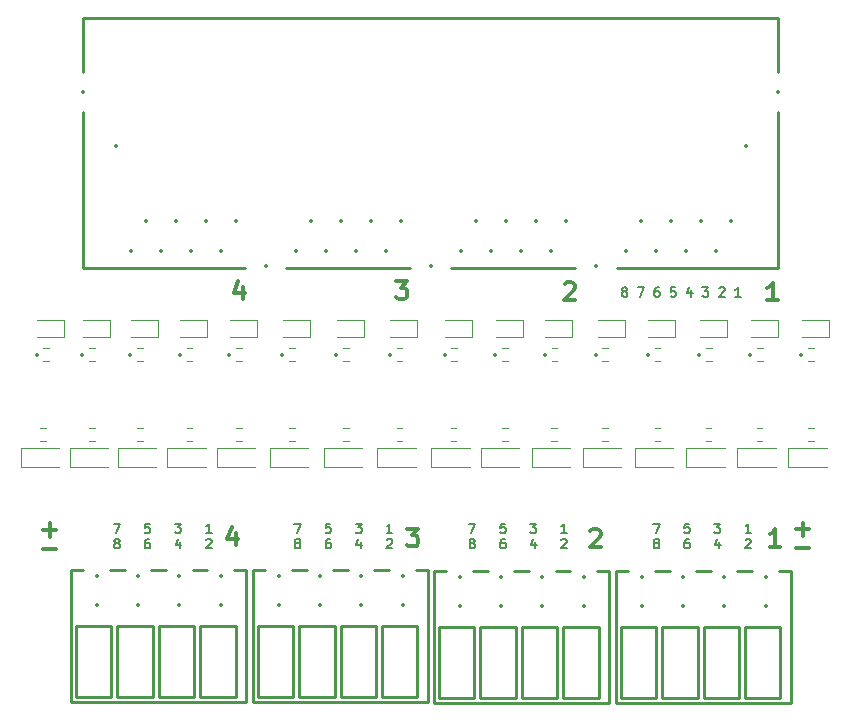
<source format=gto>
%TF.GenerationSoftware,KiCad,Pcbnew,(6.0.9)*%
%TF.CreationDate,2023-11-10T22:24:19+05:30*%
%TF.ProjectId,RJ45-To-Terminal,524a3435-2d54-46f2-9d54-65726d696e61,2*%
%TF.SameCoordinates,Original*%
%TF.FileFunction,Legend,Top*%
%TF.FilePolarity,Positive*%
%FSLAX46Y46*%
G04 Gerber Fmt 4.6, Leading zero omitted, Abs format (unit mm)*
G04 Created by KiCad (PCBNEW (6.0.9)) date 2023-11-10 22:24:19*
%MOMM*%
%LPD*%
G01*
G04 APERTURE LIST*
%ADD10C,0.300000*%
%ADD11C,0.200000*%
%ADD12C,0.254000*%
%ADD13C,0.120000*%
%ADD14C,0.350000*%
G04 APERTURE END LIST*
D10*
X159346171Y-87002971D02*
X158489028Y-87002971D01*
X158917600Y-87002971D02*
X158917600Y-85502971D01*
X158774742Y-85717257D01*
X158631885Y-85860114D01*
X158489028Y-85931542D01*
X113280114Y-85850571D02*
X113280114Y-86850571D01*
X112922971Y-85279142D02*
X112565828Y-86350571D01*
X113494400Y-86350571D01*
X143299828Y-85645828D02*
X143371257Y-85574400D01*
X143514114Y-85502971D01*
X143871257Y-85502971D01*
X144014114Y-85574400D01*
X144085542Y-85645828D01*
X144156971Y-85788685D01*
X144156971Y-85931542D01*
X144085542Y-86145828D01*
X143228400Y-87002971D01*
X144156971Y-87002971D01*
X127785200Y-85452171D02*
X128713771Y-85452171D01*
X128213771Y-86023600D01*
X128428057Y-86023600D01*
X128570914Y-86095028D01*
X128642342Y-86166457D01*
X128713771Y-86309314D01*
X128713771Y-86666457D01*
X128642342Y-86809314D01*
X128570914Y-86880742D01*
X128428057Y-86952171D01*
X127999485Y-86952171D01*
X127856628Y-86880742D01*
X127785200Y-86809314D01*
D11*
X102949219Y-85039104D02*
X103482552Y-85039104D01*
X103139695Y-85839104D01*
X105996838Y-85039104D02*
X105615885Y-85039104D01*
X105577790Y-85420057D01*
X105615885Y-85381961D01*
X105692076Y-85343866D01*
X105882552Y-85343866D01*
X105958742Y-85381961D01*
X105996838Y-85420057D01*
X106034933Y-85496247D01*
X106034933Y-85686723D01*
X105996838Y-85762914D01*
X105958742Y-85801009D01*
X105882552Y-85839104D01*
X105692076Y-85839104D01*
X105615885Y-85801009D01*
X105577790Y-85762914D01*
X108130171Y-85039104D02*
X108625409Y-85039104D01*
X108358742Y-85343866D01*
X108473028Y-85343866D01*
X108549219Y-85381961D01*
X108587314Y-85420057D01*
X108625409Y-85496247D01*
X108625409Y-85686723D01*
X108587314Y-85762914D01*
X108549219Y-85801009D01*
X108473028Y-85839104D01*
X108244457Y-85839104D01*
X108168266Y-85801009D01*
X108130171Y-85762914D01*
X111215885Y-85839104D02*
X110758742Y-85839104D01*
X110987314Y-85839104D02*
X110987314Y-85039104D01*
X110911123Y-85153390D01*
X110834933Y-85229580D01*
X110758742Y-85267676D01*
X103139695Y-86669961D02*
X103063504Y-86631866D01*
X103025409Y-86593771D01*
X102987314Y-86517580D01*
X102987314Y-86479485D01*
X103025409Y-86403295D01*
X103063504Y-86365200D01*
X103139695Y-86327104D01*
X103292076Y-86327104D01*
X103368266Y-86365200D01*
X103406361Y-86403295D01*
X103444457Y-86479485D01*
X103444457Y-86517580D01*
X103406361Y-86593771D01*
X103368266Y-86631866D01*
X103292076Y-86669961D01*
X103139695Y-86669961D01*
X103063504Y-86708057D01*
X103025409Y-86746152D01*
X102987314Y-86822342D01*
X102987314Y-86974723D01*
X103025409Y-87050914D01*
X103063504Y-87089009D01*
X103139695Y-87127104D01*
X103292076Y-87127104D01*
X103368266Y-87089009D01*
X103406361Y-87050914D01*
X103444457Y-86974723D01*
X103444457Y-86822342D01*
X103406361Y-86746152D01*
X103368266Y-86708057D01*
X103292076Y-86669961D01*
X105958742Y-86327104D02*
X105806361Y-86327104D01*
X105730171Y-86365200D01*
X105692076Y-86403295D01*
X105615885Y-86517580D01*
X105577790Y-86669961D01*
X105577790Y-86974723D01*
X105615885Y-87050914D01*
X105653980Y-87089009D01*
X105730171Y-87127104D01*
X105882552Y-87127104D01*
X105958742Y-87089009D01*
X105996838Y-87050914D01*
X106034933Y-86974723D01*
X106034933Y-86784247D01*
X105996838Y-86708057D01*
X105958742Y-86669961D01*
X105882552Y-86631866D01*
X105730171Y-86631866D01*
X105653980Y-86669961D01*
X105615885Y-86708057D01*
X105577790Y-86784247D01*
X108549219Y-86593771D02*
X108549219Y-87127104D01*
X108358742Y-86289009D02*
X108168266Y-86860438D01*
X108663504Y-86860438D01*
X110758742Y-86403295D02*
X110796838Y-86365200D01*
X110873028Y-86327104D01*
X111063504Y-86327104D01*
X111139695Y-86365200D01*
X111177790Y-86403295D01*
X111215885Y-86479485D01*
X111215885Y-86555676D01*
X111177790Y-86669961D01*
X110720647Y-87127104D01*
X111215885Y-87127104D01*
X118240019Y-85039104D02*
X118773352Y-85039104D01*
X118430495Y-85839104D01*
X121287638Y-85039104D02*
X120906685Y-85039104D01*
X120868590Y-85420057D01*
X120906685Y-85381961D01*
X120982876Y-85343866D01*
X121173352Y-85343866D01*
X121249542Y-85381961D01*
X121287638Y-85420057D01*
X121325733Y-85496247D01*
X121325733Y-85686723D01*
X121287638Y-85762914D01*
X121249542Y-85801009D01*
X121173352Y-85839104D01*
X120982876Y-85839104D01*
X120906685Y-85801009D01*
X120868590Y-85762914D01*
X123420971Y-85039104D02*
X123916209Y-85039104D01*
X123649542Y-85343866D01*
X123763828Y-85343866D01*
X123840019Y-85381961D01*
X123878114Y-85420057D01*
X123916209Y-85496247D01*
X123916209Y-85686723D01*
X123878114Y-85762914D01*
X123840019Y-85801009D01*
X123763828Y-85839104D01*
X123535257Y-85839104D01*
X123459066Y-85801009D01*
X123420971Y-85762914D01*
X126506685Y-85839104D02*
X126049542Y-85839104D01*
X126278114Y-85839104D02*
X126278114Y-85039104D01*
X126201923Y-85153390D01*
X126125733Y-85229580D01*
X126049542Y-85267676D01*
X118430495Y-86669961D02*
X118354304Y-86631866D01*
X118316209Y-86593771D01*
X118278114Y-86517580D01*
X118278114Y-86479485D01*
X118316209Y-86403295D01*
X118354304Y-86365200D01*
X118430495Y-86327104D01*
X118582876Y-86327104D01*
X118659066Y-86365200D01*
X118697161Y-86403295D01*
X118735257Y-86479485D01*
X118735257Y-86517580D01*
X118697161Y-86593771D01*
X118659066Y-86631866D01*
X118582876Y-86669961D01*
X118430495Y-86669961D01*
X118354304Y-86708057D01*
X118316209Y-86746152D01*
X118278114Y-86822342D01*
X118278114Y-86974723D01*
X118316209Y-87050914D01*
X118354304Y-87089009D01*
X118430495Y-87127104D01*
X118582876Y-87127104D01*
X118659066Y-87089009D01*
X118697161Y-87050914D01*
X118735257Y-86974723D01*
X118735257Y-86822342D01*
X118697161Y-86746152D01*
X118659066Y-86708057D01*
X118582876Y-86669961D01*
X121249542Y-86327104D02*
X121097161Y-86327104D01*
X121020971Y-86365200D01*
X120982876Y-86403295D01*
X120906685Y-86517580D01*
X120868590Y-86669961D01*
X120868590Y-86974723D01*
X120906685Y-87050914D01*
X120944780Y-87089009D01*
X121020971Y-87127104D01*
X121173352Y-87127104D01*
X121249542Y-87089009D01*
X121287638Y-87050914D01*
X121325733Y-86974723D01*
X121325733Y-86784247D01*
X121287638Y-86708057D01*
X121249542Y-86669961D01*
X121173352Y-86631866D01*
X121020971Y-86631866D01*
X120944780Y-86669961D01*
X120906685Y-86708057D01*
X120868590Y-86784247D01*
X123840019Y-86593771D02*
X123840019Y-87127104D01*
X123649542Y-86289009D02*
X123459066Y-86860438D01*
X123954304Y-86860438D01*
X126049542Y-86403295D02*
X126087638Y-86365200D01*
X126163828Y-86327104D01*
X126354304Y-86327104D01*
X126430495Y-86365200D01*
X126468590Y-86403295D01*
X126506685Y-86479485D01*
X126506685Y-86555676D01*
X126468590Y-86669961D01*
X126011447Y-87127104D01*
X126506685Y-87127104D01*
X133022819Y-85039104D02*
X133556152Y-85039104D01*
X133213295Y-85839104D01*
X136070438Y-85039104D02*
X135689485Y-85039104D01*
X135651390Y-85420057D01*
X135689485Y-85381961D01*
X135765676Y-85343866D01*
X135956152Y-85343866D01*
X136032342Y-85381961D01*
X136070438Y-85420057D01*
X136108533Y-85496247D01*
X136108533Y-85686723D01*
X136070438Y-85762914D01*
X136032342Y-85801009D01*
X135956152Y-85839104D01*
X135765676Y-85839104D01*
X135689485Y-85801009D01*
X135651390Y-85762914D01*
X138203771Y-85039104D02*
X138699009Y-85039104D01*
X138432342Y-85343866D01*
X138546628Y-85343866D01*
X138622819Y-85381961D01*
X138660914Y-85420057D01*
X138699009Y-85496247D01*
X138699009Y-85686723D01*
X138660914Y-85762914D01*
X138622819Y-85801009D01*
X138546628Y-85839104D01*
X138318057Y-85839104D01*
X138241866Y-85801009D01*
X138203771Y-85762914D01*
X141289485Y-85839104D02*
X140832342Y-85839104D01*
X141060914Y-85839104D02*
X141060914Y-85039104D01*
X140984723Y-85153390D01*
X140908533Y-85229580D01*
X140832342Y-85267676D01*
X133213295Y-86669961D02*
X133137104Y-86631866D01*
X133099009Y-86593771D01*
X133060914Y-86517580D01*
X133060914Y-86479485D01*
X133099009Y-86403295D01*
X133137104Y-86365200D01*
X133213295Y-86327104D01*
X133365676Y-86327104D01*
X133441866Y-86365200D01*
X133479961Y-86403295D01*
X133518057Y-86479485D01*
X133518057Y-86517580D01*
X133479961Y-86593771D01*
X133441866Y-86631866D01*
X133365676Y-86669961D01*
X133213295Y-86669961D01*
X133137104Y-86708057D01*
X133099009Y-86746152D01*
X133060914Y-86822342D01*
X133060914Y-86974723D01*
X133099009Y-87050914D01*
X133137104Y-87089009D01*
X133213295Y-87127104D01*
X133365676Y-87127104D01*
X133441866Y-87089009D01*
X133479961Y-87050914D01*
X133518057Y-86974723D01*
X133518057Y-86822342D01*
X133479961Y-86746152D01*
X133441866Y-86708057D01*
X133365676Y-86669961D01*
X136032342Y-86327104D02*
X135879961Y-86327104D01*
X135803771Y-86365200D01*
X135765676Y-86403295D01*
X135689485Y-86517580D01*
X135651390Y-86669961D01*
X135651390Y-86974723D01*
X135689485Y-87050914D01*
X135727580Y-87089009D01*
X135803771Y-87127104D01*
X135956152Y-87127104D01*
X136032342Y-87089009D01*
X136070438Y-87050914D01*
X136108533Y-86974723D01*
X136108533Y-86784247D01*
X136070438Y-86708057D01*
X136032342Y-86669961D01*
X135956152Y-86631866D01*
X135803771Y-86631866D01*
X135727580Y-86669961D01*
X135689485Y-86708057D01*
X135651390Y-86784247D01*
X138622819Y-86593771D02*
X138622819Y-87127104D01*
X138432342Y-86289009D02*
X138241866Y-86860438D01*
X138737104Y-86860438D01*
X140832342Y-86403295D02*
X140870438Y-86365200D01*
X140946628Y-86327104D01*
X141137104Y-86327104D01*
X141213295Y-86365200D01*
X141251390Y-86403295D01*
X141289485Y-86479485D01*
X141289485Y-86555676D01*
X141251390Y-86669961D01*
X140794247Y-87127104D01*
X141289485Y-87127104D01*
X148618419Y-85039104D02*
X149151752Y-85039104D01*
X148808895Y-85839104D01*
X151666038Y-85039104D02*
X151285085Y-85039104D01*
X151246990Y-85420057D01*
X151285085Y-85381961D01*
X151361276Y-85343866D01*
X151551752Y-85343866D01*
X151627942Y-85381961D01*
X151666038Y-85420057D01*
X151704133Y-85496247D01*
X151704133Y-85686723D01*
X151666038Y-85762914D01*
X151627942Y-85801009D01*
X151551752Y-85839104D01*
X151361276Y-85839104D01*
X151285085Y-85801009D01*
X151246990Y-85762914D01*
X153799371Y-85039104D02*
X154294609Y-85039104D01*
X154027942Y-85343866D01*
X154142228Y-85343866D01*
X154218419Y-85381961D01*
X154256514Y-85420057D01*
X154294609Y-85496247D01*
X154294609Y-85686723D01*
X154256514Y-85762914D01*
X154218419Y-85801009D01*
X154142228Y-85839104D01*
X153913657Y-85839104D01*
X153837466Y-85801009D01*
X153799371Y-85762914D01*
X156885085Y-85839104D02*
X156427942Y-85839104D01*
X156656514Y-85839104D02*
X156656514Y-85039104D01*
X156580323Y-85153390D01*
X156504133Y-85229580D01*
X156427942Y-85267676D01*
X148808895Y-86669961D02*
X148732704Y-86631866D01*
X148694609Y-86593771D01*
X148656514Y-86517580D01*
X148656514Y-86479485D01*
X148694609Y-86403295D01*
X148732704Y-86365200D01*
X148808895Y-86327104D01*
X148961276Y-86327104D01*
X149037466Y-86365200D01*
X149075561Y-86403295D01*
X149113657Y-86479485D01*
X149113657Y-86517580D01*
X149075561Y-86593771D01*
X149037466Y-86631866D01*
X148961276Y-86669961D01*
X148808895Y-86669961D01*
X148732704Y-86708057D01*
X148694609Y-86746152D01*
X148656514Y-86822342D01*
X148656514Y-86974723D01*
X148694609Y-87050914D01*
X148732704Y-87089009D01*
X148808895Y-87127104D01*
X148961276Y-87127104D01*
X149037466Y-87089009D01*
X149075561Y-87050914D01*
X149113657Y-86974723D01*
X149113657Y-86822342D01*
X149075561Y-86746152D01*
X149037466Y-86708057D01*
X148961276Y-86669961D01*
X151627942Y-86327104D02*
X151475561Y-86327104D01*
X151399371Y-86365200D01*
X151361276Y-86403295D01*
X151285085Y-86517580D01*
X151246990Y-86669961D01*
X151246990Y-86974723D01*
X151285085Y-87050914D01*
X151323180Y-87089009D01*
X151399371Y-87127104D01*
X151551752Y-87127104D01*
X151627942Y-87089009D01*
X151666038Y-87050914D01*
X151704133Y-86974723D01*
X151704133Y-86784247D01*
X151666038Y-86708057D01*
X151627942Y-86669961D01*
X151551752Y-86631866D01*
X151399371Y-86631866D01*
X151323180Y-86669961D01*
X151285085Y-86708057D01*
X151246990Y-86784247D01*
X154218419Y-86593771D02*
X154218419Y-87127104D01*
X154027942Y-86289009D02*
X153837466Y-86860438D01*
X154332704Y-86860438D01*
X156427942Y-86403295D02*
X156466038Y-86365200D01*
X156542228Y-86327104D01*
X156732704Y-86327104D01*
X156808895Y-86365200D01*
X156846990Y-86403295D01*
X156885085Y-86479485D01*
X156885085Y-86555676D01*
X156846990Y-86669961D01*
X156389847Y-87127104D01*
X156885085Y-87127104D01*
X146116609Y-65350361D02*
X146040419Y-65312266D01*
X146002323Y-65274171D01*
X145964228Y-65197980D01*
X145964228Y-65159885D01*
X146002323Y-65083695D01*
X146040419Y-65045600D01*
X146116609Y-65007504D01*
X146268990Y-65007504D01*
X146345180Y-65045600D01*
X146383276Y-65083695D01*
X146421371Y-65159885D01*
X146421371Y-65197980D01*
X146383276Y-65274171D01*
X146345180Y-65312266D01*
X146268990Y-65350361D01*
X146116609Y-65350361D01*
X146040419Y-65388457D01*
X146002323Y-65426552D01*
X145964228Y-65502742D01*
X145964228Y-65655123D01*
X146002323Y-65731314D01*
X146040419Y-65769409D01*
X146116609Y-65807504D01*
X146268990Y-65807504D01*
X146345180Y-65769409D01*
X146383276Y-65731314D01*
X146421371Y-65655123D01*
X146421371Y-65502742D01*
X146383276Y-65426552D01*
X146345180Y-65388457D01*
X146268990Y-65350361D01*
X147297561Y-65007504D02*
X147830895Y-65007504D01*
X147488038Y-65807504D01*
X149088038Y-65007504D02*
X148935657Y-65007504D01*
X148859466Y-65045600D01*
X148821371Y-65083695D01*
X148745180Y-65197980D01*
X148707085Y-65350361D01*
X148707085Y-65655123D01*
X148745180Y-65731314D01*
X148783276Y-65769409D01*
X148859466Y-65807504D01*
X149011847Y-65807504D01*
X149088038Y-65769409D01*
X149126133Y-65731314D01*
X149164228Y-65655123D01*
X149164228Y-65464647D01*
X149126133Y-65388457D01*
X149088038Y-65350361D01*
X149011847Y-65312266D01*
X148859466Y-65312266D01*
X148783276Y-65350361D01*
X148745180Y-65388457D01*
X148707085Y-65464647D01*
X150497561Y-65007504D02*
X150116609Y-65007504D01*
X150078514Y-65388457D01*
X150116609Y-65350361D01*
X150192800Y-65312266D01*
X150383276Y-65312266D01*
X150459466Y-65350361D01*
X150497561Y-65388457D01*
X150535657Y-65464647D01*
X150535657Y-65655123D01*
X150497561Y-65731314D01*
X150459466Y-65769409D01*
X150383276Y-65807504D01*
X150192800Y-65807504D01*
X150116609Y-65769409D01*
X150078514Y-65731314D01*
X151830895Y-65274171D02*
X151830895Y-65807504D01*
X151640419Y-64969409D02*
X151449942Y-65540838D01*
X151945180Y-65540838D01*
X152783276Y-65007504D02*
X153278514Y-65007504D01*
X153011847Y-65312266D01*
X153126133Y-65312266D01*
X153202323Y-65350361D01*
X153240419Y-65388457D01*
X153278514Y-65464647D01*
X153278514Y-65655123D01*
X153240419Y-65731314D01*
X153202323Y-65769409D01*
X153126133Y-65807504D01*
X152897561Y-65807504D01*
X152821371Y-65769409D01*
X152783276Y-65731314D01*
X154192800Y-65083695D02*
X154230895Y-65045600D01*
X154307085Y-65007504D01*
X154497561Y-65007504D01*
X154573752Y-65045600D01*
X154611847Y-65083695D01*
X154649942Y-65159885D01*
X154649942Y-65236076D01*
X154611847Y-65350361D01*
X154154704Y-65807504D01*
X154649942Y-65807504D01*
X156021371Y-65807504D02*
X155564228Y-65807504D01*
X155792800Y-65807504D02*
X155792800Y-65007504D01*
X155716609Y-65121790D01*
X155640419Y-65197980D01*
X155564228Y-65236076D01*
D10*
X113838914Y-65022571D02*
X113838914Y-66022571D01*
X113481771Y-64451142D02*
X113124628Y-65522571D01*
X114053200Y-65522571D01*
X160682971Y-85517142D02*
X161825828Y-85517142D01*
X161254400Y-86088571D02*
X161254400Y-84945714D01*
X160682971Y-87091942D02*
X161825828Y-87091942D01*
X126870800Y-64522571D02*
X127799371Y-64522571D01*
X127299371Y-65094000D01*
X127513657Y-65094000D01*
X127656514Y-65165428D01*
X127727942Y-65236857D01*
X127799371Y-65379714D01*
X127799371Y-65736857D01*
X127727942Y-65879714D01*
X127656514Y-65951142D01*
X127513657Y-66022571D01*
X127085085Y-66022571D01*
X126942228Y-65951142D01*
X126870800Y-65879714D01*
X96928971Y-85567942D02*
X98071828Y-85567942D01*
X97500400Y-86139371D02*
X97500400Y-84996514D01*
X96928971Y-87142742D02*
X98071828Y-87142742D01*
X141115428Y-64716228D02*
X141186857Y-64644800D01*
X141329714Y-64573371D01*
X141686857Y-64573371D01*
X141829714Y-64644800D01*
X141901142Y-64716228D01*
X141972571Y-64859085D01*
X141972571Y-65001942D01*
X141901142Y-65216228D01*
X141044000Y-66073371D01*
X141972571Y-66073371D01*
X159142971Y-66124171D02*
X158285828Y-66124171D01*
X158714400Y-66124171D02*
X158714400Y-64624171D01*
X158571542Y-64838457D01*
X158428685Y-64981314D01*
X158285828Y-65052742D01*
D12*
%TO.C,RJ45-1*%
X159208400Y-42249400D02*
X100308400Y-42249400D01*
X100308400Y-50189400D02*
X100308400Y-63389400D01*
X159208400Y-50189400D02*
X159208400Y-63389400D01*
X100308400Y-42249400D02*
X100308400Y-46749400D01*
X142023400Y-63389400D02*
X131523400Y-63389400D01*
X127993400Y-63389400D02*
X117493400Y-63389400D01*
X114008400Y-63389400D02*
X100308400Y-63389400D01*
X159208400Y-42249400D02*
X159208400Y-46749400D01*
X159208400Y-63389400D02*
X145508400Y-63389400D01*
D13*
%TO.C,LED56*%
X117249000Y-69254000D02*
X119534000Y-69254000D01*
X119534000Y-69254000D02*
X119534000Y-67784000D01*
X119534000Y-67784000D02*
X117249000Y-67784000D01*
%TO.C,TH59*%
X131480742Y-77990900D02*
X131955258Y-77990900D01*
X131480742Y-76945900D02*
X131955258Y-76945900D01*
D12*
%TO.C,J11*%
X99346000Y-100137300D02*
X99346000Y-88937300D01*
X113246000Y-93687300D02*
X113246000Y-99686300D01*
X102746000Y-99686300D02*
X99746000Y-99686300D01*
X103246000Y-99686300D02*
X103246000Y-93687300D01*
X110246000Y-93687300D02*
X113246000Y-93687300D01*
X114146000Y-88937300D02*
X113121000Y-88937300D01*
X110871000Y-88937300D02*
X109621000Y-88937300D01*
X99746000Y-93687300D02*
X102746000Y-93687300D01*
X106746000Y-93687300D02*
X109746000Y-93687300D01*
X109746000Y-99686300D02*
X106746000Y-99686300D01*
X113246000Y-99686300D02*
X110246000Y-99686300D01*
X102746000Y-93687300D02*
X102746000Y-99686300D01*
X114146000Y-100137300D02*
X114146000Y-88937300D01*
X110246000Y-99686300D02*
X110246000Y-93687300D01*
X114146000Y-100137300D02*
X99346000Y-100137300D01*
X106246000Y-99686300D02*
X103246000Y-99686300D01*
X107371000Y-88937300D02*
X106121000Y-88937300D01*
X106246000Y-93687300D02*
X106246000Y-99686300D01*
X100371000Y-88937300D02*
X99346000Y-88937300D01*
X103871000Y-88937300D02*
X102621000Y-88937300D01*
X99746000Y-99686300D02*
X99746000Y-93687300D01*
X106746000Y-99686300D02*
X106746000Y-93687300D01*
X109746000Y-93687300D02*
X109746000Y-99686300D01*
X103246000Y-93687300D02*
X106246000Y-93687300D01*
D13*
%TO.C,D57*%
X120722150Y-78631000D02*
X123962150Y-78631000D01*
X120722150Y-78631000D02*
X120722150Y-80251000D01*
X120722150Y-80251000D02*
X123962150Y-80251000D01*
D12*
%TO.C,J12*%
X115763400Y-88937300D02*
X114738400Y-88937300D01*
X118638400Y-93687300D02*
X121638400Y-93687300D01*
X118638400Y-99686300D02*
X118638400Y-93687300D01*
X125138400Y-93687300D02*
X125138400Y-99686300D01*
X121638400Y-99686300D02*
X118638400Y-99686300D01*
X125638400Y-93687300D02*
X128638400Y-93687300D01*
X115138400Y-99686300D02*
X115138400Y-93687300D01*
X114738400Y-100137300D02*
X114738400Y-88937300D01*
X126263400Y-88937300D02*
X125013400Y-88937300D01*
X129538400Y-100137300D02*
X114738400Y-100137300D01*
X122138400Y-93687300D02*
X125138400Y-93687300D01*
X118138400Y-93687300D02*
X118138400Y-99686300D01*
X125138400Y-99686300D02*
X122138400Y-99686300D01*
X119263400Y-88937300D02*
X118013400Y-88937300D01*
X128638400Y-99686300D02*
X125638400Y-99686300D01*
X121638400Y-93687300D02*
X121638400Y-99686300D01*
X122763400Y-88937300D02*
X121513400Y-88937300D01*
X115138400Y-93687300D02*
X118138400Y-93687300D01*
X125638400Y-99686300D02*
X125638400Y-93687300D01*
X122138400Y-99686300D02*
X122138400Y-93687300D01*
X128638400Y-93687300D02*
X128638400Y-99686300D01*
X129538400Y-100137300D02*
X129538400Y-88937300D01*
X118138400Y-99686300D02*
X115138400Y-99686300D01*
X129538400Y-88937300D02*
X128513400Y-88937300D01*
D13*
%TO.C,D61*%
X138347000Y-78631000D02*
X141587000Y-78631000D01*
X138347000Y-78631000D02*
X138347000Y-80251000D01*
X138347000Y-80251000D02*
X141587000Y-80251000D01*
%TO.C,LED66*%
X161179800Y-69254000D02*
X163464800Y-69254000D01*
X163464800Y-69254000D02*
X163464800Y-67784000D01*
X163464800Y-67784000D02*
X161179800Y-67784000D01*
%TO.C,D63*%
X147079300Y-80251000D02*
X150319300Y-80251000D01*
X147079300Y-78631000D02*
X150319300Y-78631000D01*
X147079300Y-78631000D02*
X147079300Y-80251000D01*
%TO.C,LED60*%
X135294300Y-69254000D02*
X137579300Y-69254000D01*
X137579300Y-69254000D02*
X137579300Y-67784000D01*
X137579300Y-67784000D02*
X135294300Y-67784000D01*
%TO.C,R58*%
X126901242Y-70199200D02*
X127375758Y-70199200D01*
X126901242Y-71244200D02*
X127375758Y-71244200D01*
%TO.C,TH54*%
X109121242Y-77990900D02*
X109595758Y-77990900D01*
X109121242Y-76945900D02*
X109595758Y-76945900D01*
%TO.C,LED55*%
X115054500Y-67784000D02*
X112769500Y-67784000D01*
X115054500Y-69254000D02*
X115054500Y-67784000D01*
X112769500Y-69254000D02*
X115054500Y-69254000D01*
%TO.C,TH61*%
X139997242Y-76945900D02*
X140471758Y-76945900D01*
X139997242Y-77990900D02*
X140471758Y-77990900D01*
%TO.C,LED58*%
X128643500Y-67784000D02*
X126358500Y-67784000D01*
X128643500Y-69254000D02*
X128643500Y-67784000D01*
X126358500Y-69254000D02*
X128643500Y-69254000D01*
%TO.C,R61*%
X140004742Y-70199200D02*
X140479258Y-70199200D01*
X140004742Y-71244200D02*
X140479258Y-71244200D01*
%TO.C,LED63*%
X150479300Y-67784000D02*
X148194300Y-67784000D01*
X148194300Y-69254000D02*
X150479300Y-69254000D01*
X150479300Y-69254000D02*
X150479300Y-67784000D01*
%TO.C,LED65*%
X156853500Y-69254000D02*
X159138500Y-69254000D01*
X159138500Y-67784000D02*
X156853500Y-67784000D01*
X159138500Y-69254000D02*
X159138500Y-67784000D01*
%TO.C,D64*%
X151420500Y-78631000D02*
X151420500Y-80251000D01*
X151420500Y-80251000D02*
X154660500Y-80251000D01*
X151420500Y-78631000D02*
X154660500Y-78631000D01*
%TO.C,R60*%
X135837042Y-70199200D02*
X136311558Y-70199200D01*
X135837042Y-71244200D02*
X136311558Y-71244200D01*
%TO.C,LED57*%
X121821000Y-69254000D02*
X124106000Y-69254000D01*
X124106000Y-67784000D02*
X121821000Y-67784000D01*
X124106000Y-69254000D02*
X124106000Y-67784000D01*
%TO.C,D53*%
X103280000Y-80251000D02*
X106520000Y-80251000D01*
X103280000Y-78631000D02*
X103280000Y-80251000D01*
X103280000Y-78631000D02*
X106520000Y-78631000D01*
%TO.C,TH60*%
X135829542Y-77990900D02*
X136304058Y-77990900D01*
X135829542Y-76945900D02*
X136304058Y-76945900D01*
%TO.C,R53*%
X104930242Y-71244200D02*
X105404758Y-71244200D01*
X104930242Y-70199200D02*
X105404758Y-70199200D01*
%TO.C,TH56*%
X117798242Y-76945900D02*
X118272758Y-76945900D01*
X117798242Y-77990900D02*
X118272758Y-77990900D01*
%TO.C,LED53*%
X106707000Y-69254000D02*
X106707000Y-67784000D01*
X104422000Y-69254000D02*
X106707000Y-69254000D01*
X106707000Y-67784000D02*
X104422000Y-67784000D01*
%TO.C,R51*%
X96989142Y-71244200D02*
X97463658Y-71244200D01*
X96989142Y-70199200D02*
X97463658Y-70199200D01*
%TO.C,TH53*%
X104930242Y-77990900D02*
X105404758Y-77990900D01*
X104930242Y-76945900D02*
X105404758Y-76945900D01*
%TO.C,LED61*%
X141747000Y-69254000D02*
X141747000Y-67784000D01*
X141747000Y-67784000D02*
X139462000Y-67784000D01*
X139462000Y-69254000D02*
X141747000Y-69254000D01*
%TO.C,LED64*%
X154820500Y-69254000D02*
X154820500Y-67784000D01*
X152535500Y-69254000D02*
X154820500Y-69254000D01*
X154820500Y-67784000D02*
X152535500Y-67784000D01*
%TO.C,R54*%
X109121242Y-71244200D02*
X109595758Y-71244200D01*
X109121242Y-70199200D02*
X109595758Y-70199200D01*
%TO.C,TH57*%
X122372392Y-76945900D02*
X122846908Y-76945900D01*
X122372392Y-77990900D02*
X122846908Y-77990900D01*
%TO.C,D55*%
X111662000Y-78631000D02*
X111662000Y-80251000D01*
X111662000Y-78631000D02*
X114902000Y-78631000D01*
X111662000Y-80251000D02*
X114902000Y-80251000D01*
%TO.C,LED52*%
X100323500Y-69254000D02*
X102608500Y-69254000D01*
X102608500Y-67784000D02*
X100323500Y-67784000D01*
X102608500Y-69254000D02*
X102608500Y-67784000D01*
%TO.C,R65*%
X157396242Y-71244200D02*
X157870758Y-71244200D01*
X157396242Y-70199200D02*
X157870758Y-70199200D01*
%TO.C,TH66*%
X161715042Y-77990900D02*
X162189558Y-77990900D01*
X161715042Y-76945900D02*
X162189558Y-76945900D01*
%TO.C,TH55*%
X113312242Y-77990900D02*
X113786758Y-77990900D01*
X113312242Y-76945900D02*
X113786758Y-76945900D01*
%TO.C,TH58*%
X126901242Y-76945900D02*
X127375758Y-76945900D01*
X126901242Y-77990900D02*
X127375758Y-77990900D01*
%TO.C,R56*%
X117798242Y-71244200D02*
X118272758Y-71244200D01*
X117798242Y-70199200D02*
X118272758Y-70199200D01*
%TO.C,LED59*%
X130965000Y-69254000D02*
X133250000Y-69254000D01*
X133250000Y-67784000D02*
X130965000Y-67784000D01*
X133250000Y-69254000D02*
X133250000Y-67784000D01*
%TO.C,LED51*%
X98731400Y-67784000D02*
X96446400Y-67784000D01*
X98731400Y-69254000D02*
X98731400Y-67784000D01*
X96446400Y-69254000D02*
X98731400Y-69254000D01*
%TO.C,TH62*%
X144307742Y-77990900D02*
X144782258Y-77990900D01*
X144307742Y-76945900D02*
X144782258Y-76945900D01*
%TO.C,TH63*%
X148729542Y-77990900D02*
X149204058Y-77990900D01*
X148729542Y-76945900D02*
X149204058Y-76945900D01*
%TO.C,R64*%
X153078242Y-71244200D02*
X153552758Y-71244200D01*
X153078242Y-70199200D02*
X153552758Y-70199200D01*
%TO.C,D58*%
X125251000Y-78631000D02*
X128491000Y-78631000D01*
X125251000Y-80251000D02*
X128491000Y-80251000D01*
X125251000Y-78631000D02*
X125251000Y-80251000D01*
%TO.C,R62*%
X144315242Y-70199200D02*
X144789758Y-70199200D01*
X144315242Y-71244200D02*
X144789758Y-71244200D01*
%TO.C,D65*%
X155738500Y-80251000D02*
X158978500Y-80251000D01*
X155738500Y-78631000D02*
X158978500Y-78631000D01*
X155738500Y-78631000D02*
X155738500Y-80251000D01*
%TO.C,D60*%
X134030500Y-78631000D02*
X137270500Y-78631000D01*
X134030500Y-78631000D02*
X134030500Y-80251000D01*
X134030500Y-80251000D02*
X137270500Y-80251000D01*
%TO.C,D52*%
X99216000Y-78631000D02*
X102456000Y-78631000D01*
X99216000Y-80251000D02*
X102456000Y-80251000D01*
X99216000Y-78631000D02*
X99216000Y-80251000D01*
%TO.C,R66*%
X161722542Y-71244200D02*
X162197058Y-71244200D01*
X161722542Y-70199200D02*
X162197058Y-70199200D01*
%TO.C,D54*%
X107471000Y-78631000D02*
X110711000Y-78631000D01*
X107471000Y-80251000D02*
X110711000Y-80251000D01*
X107471000Y-78631000D02*
X107471000Y-80251000D01*
%TO.C,R57*%
X122372392Y-71244200D02*
X122846908Y-71244200D01*
X122372392Y-70199200D02*
X122846908Y-70199200D01*
%TO.C,R59*%
X131488242Y-71244200D02*
X131962758Y-71244200D01*
X131488242Y-70199200D02*
X131962758Y-70199200D01*
D12*
%TO.C,J14*%
X155872400Y-93788900D02*
X155872400Y-99787900D01*
X146497400Y-89038900D02*
X145472400Y-89038900D01*
X149372400Y-93788900D02*
X152372400Y-93788900D01*
X152372400Y-99787900D02*
X149372400Y-99787900D01*
X155872400Y-99787900D02*
X152872400Y-99787900D01*
X159372400Y-99787900D02*
X156372400Y-99787900D01*
X159372400Y-93788900D02*
X159372400Y-99787900D01*
X145872400Y-93788900D02*
X148872400Y-93788900D01*
X152872400Y-99787900D02*
X152872400Y-93788900D01*
X145472400Y-100238900D02*
X145472400Y-89038900D01*
X153497400Y-89038900D02*
X152247400Y-89038900D01*
X156372400Y-99787900D02*
X156372400Y-93788900D01*
X145872400Y-99787900D02*
X145872400Y-93788900D01*
X152872400Y-93788900D02*
X155872400Y-93788900D01*
X152372400Y-93788900D02*
X152372400Y-99787900D01*
X149372400Y-99787900D02*
X149372400Y-93788900D01*
X160272400Y-100238900D02*
X160272400Y-89038900D01*
X156997400Y-89038900D02*
X155747400Y-89038900D01*
X160272400Y-89038900D02*
X159247400Y-89038900D01*
X148872400Y-99787900D02*
X145872400Y-99787900D01*
X156372400Y-93788900D02*
X159372400Y-93788900D01*
X148872400Y-93788900D02*
X148872400Y-99787900D01*
X149997400Y-89038900D02*
X148747400Y-89038900D01*
X160272400Y-100238900D02*
X145472400Y-100238900D01*
%TO.C,J13*%
X137480000Y-93788900D02*
X140480000Y-93788900D01*
X138105000Y-89038900D02*
X136855000Y-89038900D01*
X143980000Y-99787900D02*
X140980000Y-99787900D01*
X133480000Y-99787900D02*
X130480000Y-99787900D01*
X143980000Y-93788900D02*
X143980000Y-99787900D01*
X131105000Y-89038900D02*
X130080000Y-89038900D01*
X133980000Y-99787900D02*
X133980000Y-93788900D01*
X130480000Y-93788900D02*
X133480000Y-93788900D01*
X144880000Y-100238900D02*
X144880000Y-89038900D01*
X140480000Y-99787900D02*
X137480000Y-99787900D01*
X144880000Y-89038900D02*
X143855000Y-89038900D01*
X133480000Y-93788900D02*
X133480000Y-99787900D01*
X136980000Y-99787900D02*
X133980000Y-99787900D01*
X140980000Y-99787900D02*
X140980000Y-93788900D01*
X140980000Y-93788900D02*
X143980000Y-93788900D01*
X140480000Y-93788900D02*
X140480000Y-99787900D01*
X137480000Y-99787900D02*
X137480000Y-93788900D01*
X134605000Y-89038900D02*
X133355000Y-89038900D01*
X130480000Y-99787900D02*
X130480000Y-93788900D01*
X136980000Y-93788900D02*
X136980000Y-99787900D01*
X133980000Y-93788900D02*
X136980000Y-93788900D01*
X144880000Y-100238900D02*
X130080000Y-100238900D01*
X130080000Y-100238900D02*
X130080000Y-89038900D01*
X141605000Y-89038900D02*
X140355000Y-89038900D01*
D13*
%TO.C,R55*%
X113312242Y-70199200D02*
X113786758Y-70199200D01*
X113312242Y-71244200D02*
X113786758Y-71244200D01*
%TO.C,TH51*%
X96729742Y-77990900D02*
X97204258Y-77990900D01*
X96729742Y-76945900D02*
X97204258Y-76945900D01*
%TO.C,R52*%
X100866242Y-70199200D02*
X101340758Y-70199200D01*
X100866242Y-71244200D02*
X101340758Y-71244200D01*
%TO.C,D59*%
X129830500Y-80251000D02*
X133070500Y-80251000D01*
X129830500Y-78631000D02*
X133070500Y-78631000D01*
X129830500Y-78631000D02*
X129830500Y-80251000D01*
%TO.C,D56*%
X116148000Y-78631000D02*
X119388000Y-78631000D01*
X116148000Y-80251000D02*
X119388000Y-80251000D01*
X116148000Y-78631000D02*
X116148000Y-80251000D01*
%TO.C,R63*%
X148737042Y-70199200D02*
X149211558Y-70199200D01*
X148737042Y-71244200D02*
X149211558Y-71244200D01*
%TO.C,LED62*%
X146204000Y-67784000D02*
X143919000Y-67784000D01*
X143919000Y-69254000D02*
X146204000Y-69254000D01*
X146204000Y-69254000D02*
X146204000Y-67784000D01*
%TO.C,LED54*%
X110863500Y-69254000D02*
X110863500Y-67784000D01*
X110863500Y-67784000D02*
X108578500Y-67784000D01*
X108578500Y-69254000D02*
X110863500Y-69254000D01*
%TO.C,TH65*%
X157388742Y-76945900D02*
X157863258Y-76945900D01*
X157388742Y-77990900D02*
X157863258Y-77990900D01*
%TO.C,D51*%
X95079500Y-78631000D02*
X98319500Y-78631000D01*
X95079500Y-80251000D02*
X98319500Y-80251000D01*
X95079500Y-78631000D02*
X95079500Y-80251000D01*
%TO.C,TH52*%
X100866242Y-76945900D02*
X101340758Y-76945900D01*
X100866242Y-77990900D02*
X101340758Y-77990900D01*
%TO.C,TH64*%
X153070742Y-76945900D02*
X153545258Y-76945900D01*
X153070742Y-77990900D02*
X153545258Y-77990900D01*
%TO.C,D66*%
X160064800Y-80251000D02*
X163304800Y-80251000D01*
X160064800Y-78631000D02*
X163304800Y-78631000D01*
X160064800Y-78631000D02*
X160064800Y-80251000D01*
%TO.C,D62*%
X142657500Y-80251000D02*
X145897500Y-80251000D01*
X142657500Y-78631000D02*
X142657500Y-80251000D01*
X142657500Y-78631000D02*
X145897500Y-78631000D01*
%TD*%
D14*
X161134800Y-70721700D03*
X156808500Y-70721700D03*
X152490500Y-70721700D03*
X148149300Y-70721700D03*
X143727500Y-70721700D03*
X139417000Y-70721700D03*
X135249300Y-70721700D03*
X130942600Y-70763800D03*
X126313500Y-70721700D03*
X121784650Y-70721700D03*
X117210500Y-70721700D03*
X112724500Y-70721700D03*
X108533500Y-70721700D03*
X104342500Y-70721700D03*
X100278500Y-70721700D03*
X96401400Y-70721700D03*
X143728400Y-63209400D03*
X129758400Y-63209400D03*
X159158400Y-48479400D03*
X100358400Y-48479400D03*
X115788400Y-63209400D03*
X104358400Y-61939400D03*
X105628400Y-59399400D03*
X106898400Y-61939400D03*
X108168400Y-59399400D03*
X109438400Y-61939400D03*
X110708400Y-59399400D03*
X111978400Y-61939400D03*
X113248400Y-59399400D03*
X118328400Y-61939400D03*
X119598400Y-59399400D03*
X120868400Y-61939400D03*
X122138400Y-59399400D03*
X123408400Y-61939400D03*
X124678400Y-59399400D03*
X125948400Y-61939400D03*
X127218400Y-59399400D03*
X132298400Y-61939400D03*
X133568400Y-59399400D03*
X134838400Y-61939400D03*
X136108400Y-59399400D03*
X137378400Y-61939400D03*
X138648400Y-59399400D03*
X139918400Y-61939400D03*
X141188400Y-59399400D03*
X146268400Y-61939400D03*
X147538400Y-59399400D03*
X148808400Y-61939400D03*
X150078400Y-59399400D03*
X151348400Y-61939400D03*
X152618400Y-59399400D03*
X153888400Y-61939400D03*
X155158400Y-59399400D03*
X103088400Y-53049400D03*
X156428400Y-53049400D03*
X111996000Y-91937300D03*
X111996000Y-89437300D03*
X108496000Y-91937300D03*
X108496000Y-89437300D03*
X104996000Y-91937300D03*
X104996000Y-89437300D03*
X101496000Y-91937300D03*
X101496000Y-89437300D03*
X127388400Y-91937300D03*
X127388400Y-89437300D03*
X123888400Y-91937300D03*
X123888400Y-89437300D03*
X120388400Y-91937300D03*
X120388400Y-89437300D03*
X116888400Y-91937300D03*
X116888400Y-89437300D03*
X158122400Y-92038900D03*
X158122400Y-89538900D03*
X154622400Y-92038900D03*
X154622400Y-89538900D03*
X151122400Y-92038900D03*
X151122400Y-89538900D03*
X147622400Y-92038900D03*
X147622400Y-89538900D03*
X142730000Y-92038900D03*
X142730000Y-89538900D03*
X139230000Y-92038900D03*
X139230000Y-89538900D03*
X135730000Y-92038900D03*
X135730000Y-89538900D03*
X132230000Y-92038900D03*
X132230000Y-89538900D03*
M02*

</source>
